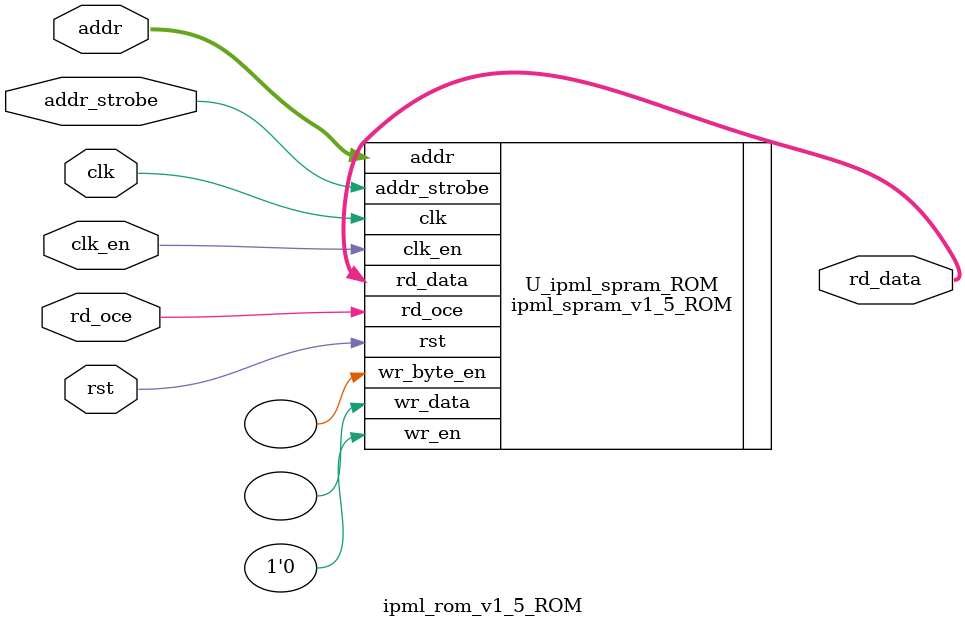
<source format=v>




module ipml_rom_v1_5_ROM
 #(
    parameter  c_SIM_DEVICE     = "LOGOS"      ,
    parameter  c_ADDR_WIDTH     = 10           ,           //write address width  legal value:1~20 
    parameter  c_DATA_WIDTH     = 32           ,           //write data width     legal value:8~1152
    parameter  c_OUTPUT_REG     = 0            ,           //output register      legal value:1~20
    parameter  c_RD_OCE_EN      = 0            ,
    parameter  c_CLK_EN         = 0            ,
    parameter  c_ADDR_STROBE_EN = 0            ,
    parameter  c_RESET_TYPE     = "ASYNC_RESET",           //ASYNC_RESET_SYNC_RELEASE SYNC_RESET legal valve "ASYNC_RESET_SYNC_RELEASE" "SYNC_RESET" "ASYNC_RESET"
    parameter  c_POWER_OPT      = 0            ,           //0 :normal mode  1:low power mode legal value:0 or 1
    parameter  c_CLK_OR_POL_INV = 0            ,           //clk polarity invert for output register   legal value 1 or 0           
    parameter  c_INIT_FILE      = "NONE"       ,           //legal value:"NONE" or "initial file name"
    parameter  c_INIT_FORMAT    = "BIN"                   //initial data format   legal valve: "bin" or "hex"
    
 )
  (
   
    input  wire [c_ADDR_WIDTH-1 : 0]  addr        ,
    output wire [c_DATA_WIDTH-1 : 0]  rd_data     ,
    input  wire                       clk         ,
    input  wire                       clk_en      ,
    input  wire                       addr_strobe ,
    input  wire                       rst         ,
    input  wire                       rd_oce       
  );

//**********************************************************************************************************************************************   
    
//main code
//*************************************************************************************************************************************
//inner variables

ipml_spram_v1_5_ROM
 #(
    .c_SIM_DEVICE     (c_SIM_DEVICE),
    .c_ADDR_WIDTH     (c_ADDR_WIDTH),           //write address width  legal value:1~20                              
    .c_DATA_WIDTH     (c_DATA_WIDTH),           //write data width     legal value:8~1152                            
    .c_OUTPUT_REG     (c_OUTPUT_REG),           //output register      legal value:1~20                              
    .c_RD_OCE_EN      (c_RD_OCE_EN),
    .c_ADDR_STROBE_EN (c_ADDR_STROBE_EN),
    .c_CLK_EN         (c_CLK_EN),
    .c_RESET_TYPE     (c_RESET_TYPE),           //legal valve "ASYNC_RESET_SYNC_RELEASE" "SYNC_RESET" "ASYNC_RESET"  
    .c_POWER_OPT      (c_POWER_OPT),            //0 :normal mode  1:low power mode legal value:0 or 1                 
    .c_CLK_OR_POL_INV (c_CLK_OR_POL_INV),       //clk polarity invert for output register legal value 1 or 0         
    .c_INIT_FILE      (c_INIT_FILE),            //legal value:"NONE" or "initial file name"                          
    .c_INIT_FORMAT    (c_INIT_FORMAT),          //initial data format   legal valve: "bin" or "hex"                  
    .c_WR_BYTE_EN     (0),                      //byte write enable    legal value: 0 or 1                            
    .c_BE_WIDTH       (1),                      //byte width legal value: 1~128
    .c_RAM_MODE       ("ROM"),
    .c_WRITE_MODE     ("NORMAL_WRITE")          //global reset enable  legal value 0 or 1                            
 )  U_ipml_spram_ROM                       //"NORMAL_WRITE"; // TRANSPARENT_WRITE READ_BEFORE_WRITE             
  (
   
    .addr        (addr),
    .wr_data     (),
    .rd_data     (rd_data),
    .wr_en       (1'b0),
    .clk         (clk),
    .clk_en      (clk_en),
    .addr_strobe (addr_strobe),
    .rst         (rst),
    .wr_byte_en  (),
    .rd_oce      (rd_oce) 
  );
 

endmodule


</source>
